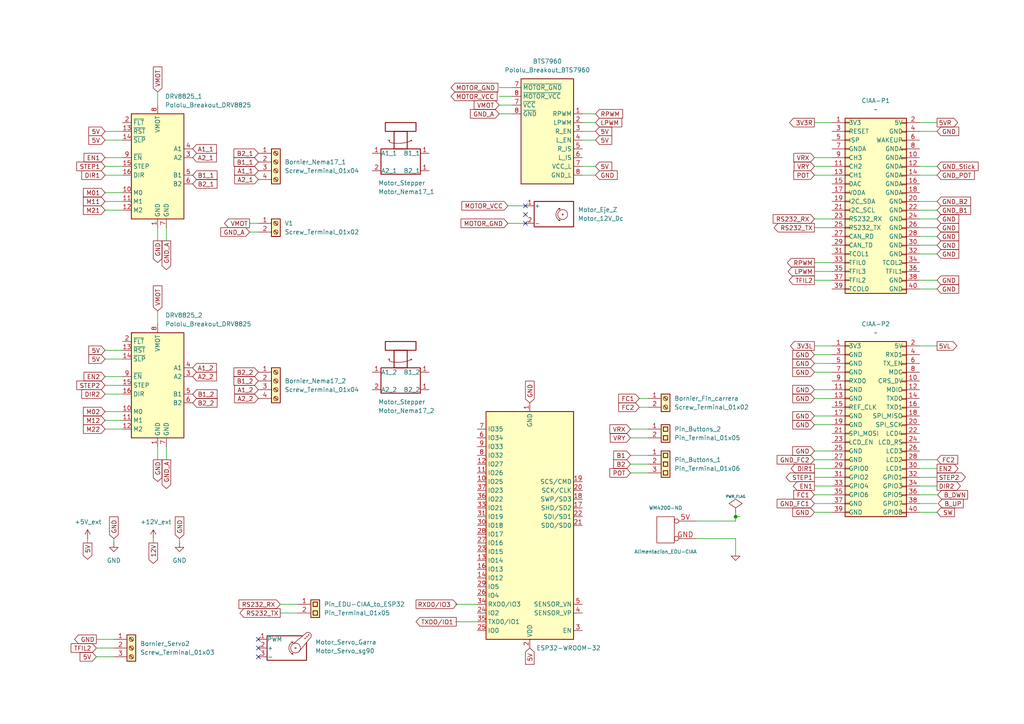
<source format=kicad_sch>
(kicad_sch (version 20250114) (generator "eeschema") (generator_version "9.0")
  (paper "A4")
  (title_block (title "Diseño esquematico Garra") (date "22/09/2025"))
  (lib_symbols
    (symbol "Connector:Screw_Terminal_01x02" (pin_names (offset 1.016) (hide yes))
      (property "Reference" "J" (at 0 2.54 0))
      (property "Value" "Screw_Terminal_01x02" (at 0 -5.08 0))
      (symbol "Screw_Terminal_01x02_1_1"
        (pin passive line (at -5.08 0 0) (length 3.81) (name "Pin_1") (number "1"))
        (pin passive line (at -5.08 -2.54 0) (length 3.81) (name "Pin_2") (number "2"))
      )
    )
    (symbol "Connector:Screw_Terminal_01x03" (pin_names (offset 1.016) (hide yes))
      (property "Reference" "J" (at 0 5.08 0))
      (property "Value" "Screw_Terminal_01x03" (at 0 -5.08 0))
      (symbol "Screw_Terminal_01x03_1_1"
        (pin passive line (at -5.08 2.54 0) (length 3.81) (name "Pin_1") (number "1"))
        (pin passive line (at -5.08 0 0) (length 3.81) (name "Pin_2") (number "2"))
        (pin passive line (at -5.08 -2.54 0) (length 3.81) (name "Pin_3") (number "3"))
      )
    )
    (symbol "Connector:Screw_Terminal_01x04" (pin_names (offset 1.016) (hide yes))
      (property "Reference" "J" (at 0 5.08 0))
      (property "Value" "Screw_Terminal_01x04" (at 0 -7.62 0))
      (symbol "Screw_Terminal_01x04_1_1"
        (pin passive line (at -5.08 2.54 0) (length 3.81) (name "Pin_1") (number "1"))
        (pin passive line (at -5.08 0 0) (length 3.81) (name "Pin_2") (number "2"))
        (pin passive line (at -5.08 -2.54 0) (length 3.81) (name "Pin_3") (number "3"))
        (pin passive line (at -5.08 -5.08 0) (length 3.81) (name "Pin_4") (number "4"))
      )
    )
    (symbol "Driver_Motor:Pololu_Breakout_DRV8825"
      (property "Reference" "A" (at -2.54 16.51 0))
      (property "Value" "Pololu_Breakout_DRV8825" (at -2.54 13.97 0))
      (symbol "Pololu_Breakout_DRV8825_1_1"
        (pin output line (at -10.16 10.16 0) (length 2.54) (name "~{FLT}") (number "2"))
        (pin input line (at -10.16 7.62 0) (length 2.54) (name "~{RST}") (number "13"))
        (pin input line (at -10.16 5.08 0) (length 2.54) (name "~{SLP}") (number "14"))
        (pin input line (at -10.16 0 0) (length 2.54) (name "~{EN}") (number "9"))
        (pin input line (at -10.16 -2.54 0) (length 2.54) (name "STEP") (number "15"))
        (pin input line (at -10.16 -5.08 0) (length 2.54) (name "DIR") (number "16"))
        (pin input line (at -10.16 -10.16 0) (length 2.54) (name "M0") (number "10"))
        (pin input line (at -10.16 -12.7 0) (length 2.54) (name "M1") (number "11"))
        (pin input line (at -10.16 -15.24 0) (length 2.54) (name "M2") (number "12"))
        (pin power_in line (at 0 15.24 270) (length 2.54) (name "VMOT") (number "8"))
        (pin power_in line (at 0 -20.32 90) (length 2.54) (name "GND") (number "1"))
        (pin power_in line (at 2.54 -20.32 90) (length 2.54) (name "GND") (number "7"))
        (pin output line (at 10.16 2.54 180) (length 2.54) (name "A1") (number "4"))
        (pin output line (at 10.16 0 180) (length 2.54) (name "A2") (number "3"))
        (pin output line (at 10.16 -5.08 180) (length 2.54) (name "B1") (number "5"))
        (pin output line (at 10.16 -7.62 180) (length 2.54) (name "B2") (number "6"))
      )
    )
    (symbol "Motor:Motor_Servo" (pin_names (offset 0.0254))
      (property "Reference" "M" (at -5.08 4.445 0))
      (property "Value" "Motor_Servo" (at -5.08 -4.064 0))
      (symbol "Motor_Servo_1_1"
        (pin passive line (at -7.62 2.54 0) (length 2.54) (name "PWM") (number "1"))
        (pin passive line (at -7.62 0 0) (length 2.54) (name "+") (number "2"))
        (pin passive line (at -7.62 -2.54 0) (length 2.54) (name "-") (number "3"))
      )
    )
    (symbol "Motor_Servo_1" (pin_names (offset 0.0254))
      (property "Reference" "Motor_DC_Eje_Z" (at 7.62 1.3971 0))
      (property "Value" "Motor_Titan_Dc" (at 7.62 -1.1429 0))
      (symbol "Motor_Servo_1_1_1"
        (pin passive line (at -7.62 2.54 0) (length 2.54) (name "+") (number "1"))
        (pin passive line (at -7.62 -2.54 0) (length 2.54) (name "-") (number "2"))
      )
    )
    (symbol "Motor_Servo_2" (pin_names (offset 0.0254))
      (property "Reference" "Motor_Stepper" (at -5.842 -6.096 0))
      (property "Value" "Motor_Nema17_2" (at -5.842 -8.636 0))
      (symbol "Motor_Servo_2_1_1"
        (pin passive line (at -7.62 2.54 0) (length 2.54) (name "A1_2") (number "1"))
        (pin passive line (at -7.62 -2.54 0) (length 2.54) (name "A2_2") (number "2"))
        (pin passive line (at 8.89 2.54 180) (length 2.54) (name "B1_2") (number "1"))
        (pin passive line (at 8.89 -2.54 180) (length 2.54) (name "B2_2") (number "1"))
      )
    )
    (symbol "Motor_Servo_3" (pin_names (offset 0.0254))
      (property "Reference" "Motor_Stepper" (at -5.842 -6.096 0))
      (property "Value" "Motor_Nema17_1" (at -5.842 -8.636 0))
      (symbol "Motor_Servo_3_1_1"
        (pin passive line (at -7.62 2.54 0) (length 2.54) (name "A1_1") (number "1"))
        (pin passive line (at -7.62 -2.54 0) (length 2.54) (name "A2_1") (number "2"))
        (pin passive line (at 8.89 2.54 180) (length 2.54) (name "B1_1") (number "1"))
        (pin passive line (at 8.89 -2.54 180) (length 2.54) (name "B2_1") (number "1"))
      )
    )
    (symbol "Pololu_Breakout_DRV8825_1"
      (property "Reference" "DRV8833" (at 2.1433 17.78 0))
      (property "Value" "Pololu_Breakout_DRV8833" (at 2.1433 15.24 0))
      (symbol "Pololu_Breakout_DRV8825_1_1_1"
        (pin output line (at -10.16 10.16 0) (length 2.54) (name "~{MOTOR_GND}") (number "7"))
        (pin output line (at -10.16 7.62 0) (length 2.54) (name "~{MOTOR_VCC}") (number "8"))
        (pin input line (at -10.16 5.08 0) (length 2.54) (name "~{VCC}") (number "7"))
        (pin input line (at -10.16 2.54 0) (length 2.54) (name "~{GND}") (number "8"))
        (pin input line (at 10.16 2.54 180) (length 2.54) (name "RPWM") (number "1"))
        (pin input line (at 10.16 0 180) (length 2.54) (name "LPWM") (number "2"))
        (pin input line (at 10.16 -2.54 180) (length 2.54) (name "R_EN") (number "3"))
        (pin input line (at 10.16 -5.08 180) (length 2.54) (name "L_EN") (number "4"))
        (pin input line (at 10.16 -7.62 180) (length 2.54) (name "R_IS") (number "5"))
        (pin input line (at 10.16 -10.16 180) (length 2.54) (name "L_IS") (number "6"))
        (pin input line (at 10.16 -12.7 180) (length 2.54) (name "VCC_L") (number "7"))
        (pin input line (at 10.16 -15.24 180) (length 2.54) (name "GND_L") (number "8"))
      )
    )
    (symbol "ProyectoTdL:Conn_02x20_Odd_Even_1" (pin_names (offset 1.016))
      (property "Reference" "CIAA-P1-1" (at 6.096 29.21 0))
      (property "Value" "Conn_02x20_Odd_Even" (at 7.366 26.67 0))
      (symbol "Conn_02x20_Odd_Even_1_1_1"
        (pin passive line (at -5.08 22.86 0) (length 3.81) (name "3V3") (number "1"))
        (pin passive line (at -5.08 20.32 0) (length 3.81) (name "RESET") (number "3"))
        (pin passive line (at -5.08 17.78 0) (length 3.81) (name "ISP") (number "5"))
        (pin passive line (at -5.08 15.24 0) (length 3.81) (name "GNDA") (number "7"))
        (pin passive line (at -5.08 12.7 0) (length 3.81) (name "CH3") (number "9"))
        (pin passive line (at -5.08 10.16 0) (length 3.81) (name "CH2") (number "11"))
        (pin passive line (at -5.08 7.62 0) (length 3.81) (name "CH1") (number "13"))
        (pin passive line (at -5.08 5.08 0) (length 3.81) (name "DAC") (number "15"))
        (pin passive line (at -5.08 2.54 0) (length 3.81) (name "VDDA") (number "17"))
        (pin passive line (at -5.08 0 0) (length 3.81) (name "I2C_SDA") (number "19"))
        (pin passive line (at -5.08 -2.54 0) (length 3.81) (name "I2C_SCL") (number "21"))
        (pin passive line (at -5.08 -5.08 0) (length 3.81) (name "RS232_RX") (number "23"))
        (pin passive line (at -5.08 -7.62 0) (length 3.81) (name "RS232_TX") (number "25"))
        (pin passive line (at -5.08 -10.16 0) (length 3.81) (name "CAN_RD") (number "27"))
        (pin passive line (at -5.08 -12.7 0) (length 3.81) (name "CAN_TD") (number "29"))
        (pin passive line (at -5.08 -15.24 0) (length 3.81) (name "TCOL1") (number "31"))
        (pin passive line (at -5.08 -17.78 0) (length 3.81) (name "TFIL0") (number "33"))
        (pin passive line (at -5.08 -20.32 0) (length 3.81) (name "TFIL3") (number "35"))
        (pin passive line (at -5.08 -22.86 0) (length 3.81) (name "TFIL2") (number "37"))
        (pin passive line (at -5.08 -25.4 0) (length 3.81) (name "TCOL0") (number "39"))
        (pin passive line (at 20.32 22.86 180) (length 3.81) (name "5V") (number "2"))
        (pin passive line (at 20.32 20.32 180) (length 3.81) (name "GND") (number "4"))
        (pin passive line (at 20.32 17.78 180) (length 3.81) (name "WAKEUP") (number "6"))
        (pin passive line (at 20.32 15.24 180) (length 3.81) (name "GNDA") (number "8"))
        (pin passive line (at 20.32 12.7 180) (length 3.81) (name "GNDA") (number "10"))
        (pin passive line (at 20.32 10.16 180) (length 3.81) (name "GNDA") (number "12"))
        (pin passive line (at 20.32 7.62 180) (length 3.81) (name "GNDA") (number "14"))
        (pin passive line (at 20.32 5.08 180) (length 3.81) (name "GNDA") (number "16"))
        (pin passive line (at 20.32 2.54 180) (length 3.81) (name "GNDA") (number "18"))
        (pin passive line (at 20.32 0 180) (length 3.81) (name "GND") (number "20"))
        (pin passive line (at 20.32 -2.54 180) (length 3.81) (name "GND") (number "22"))
        (pin passive line (at 20.32 -5.08 180) (length 3.81) (name "GND") (number "24"))
        (pin passive line (at 20.32 -7.62 180) (length 3.81) (name "GND") (number "26"))
        (pin passive line (at 20.32 -10.16 180) (length 3.81) (name "GND") (number "28"))
        (pin passive line (at 20.32 -12.7 180) (length 3.81) (name "GND") (number "30"))
        (pin passive line (at 20.32 -15.24 180) (length 3.81) (name "GND") (number "32"))
        (pin passive line (at 20.32 -17.78 180) (length 3.81) (name "TCOL2") (number "34"))
        (pin passive line (at 20.32 -20.32 180) (length 3.81) (name "TFIL1") (number "36"))
        (pin passive line (at 20.32 -22.86 180) (length 3.81) (name "GND") (number "38"))
        (pin passive line (at 20.32 -25.4 180) (length 3.81) (name "GND") (number "40"))
      )
    )
    (symbol "ProyectoTdL:Conn_02x20_Odd_Even_2" (pin_names (offset 1.016))
      (property "Reference" "CIAA-P2-1" (at 8.128 29.21 0))
      (property "Value" "Conn_02x20_Odd_Even" (at 8.636 26.67 0))
      (symbol "Conn_02x20_Odd_Even_2_1_1"
        (pin passive line (at -5.08 22.86 0) (length 3.81) (name "3V3") (number "1"))
        (pin passive line (at -5.08 20.32 0) (length 3.81) (name "GND") (number "3"))
        (pin passive line (at -5.08 17.78 0) (length 3.81) (name "GND") (number "5"))
        (pin passive line (at -5.08 15.24 0) (length 3.81) (name "GND") (number "7"))
        (pin passive line (at -5.08 12.7 0) (length 3.81) (name "RXD0") (number "9"))
        (pin passive line (at -5.08 10.16 0) (length 3.81) (name "GND") (number "11"))
        (pin passive line (at -5.08 7.62 0) (length 3.81) (name "GND") (number "13"))
        (pin passive line (at -5.08 5.08 0) (length 3.81) (name "REF_CLK") (number "15"))
        (pin passive line (at -5.08 2.54 0) (length 3.81) (name "GND") (number "17"))
        (pin passive line (at -5.08 0 0) (length 3.81) (name "GND") (number "19"))
        (pin passive line (at -5.08 -2.54 0) (length 3.81) (name "SPI_MOSI") (number "21"))
        (pin passive line (at -5.08 -5.08 0) (length 3.81) (name "LCD_EN") (number "23"))
        (pin passive line (at -5.08 -7.62 0) (length 3.81) (name "GND") (number "25"))
        (pin passive line (at -5.08 -10.16 0) (length 3.81) (name "GND") (number "27"))
        (pin passive line (at -5.08 -12.7 0) (length 3.81) (name "GPIO0") (number "29"))
        (pin passive line (at -5.08 -15.24 0) (length 3.81) (name "GPIO2") (number "31"))
        (pin passive line (at -5.08 -17.78 0) (length 3.81) (name "GPIO4") (number "33"))
        (pin passive line (at -5.08 -20.32 0) (length 3.81) (name "GPIO6") (number "35"))
        (pin passive line (at -5.08 -22.86 0) (length 3.81) (name "GND") (number "37"))
        (pin passive line (at -5.08 -25.4 0) (length 3.81) (name "GND") (number "39"))
        (pin passive line (at 20.32 22.86 180) (length 3.81) (name "5V") (number "2"))
        (pin passive line (at 20.32 20.32 180) (length 3.81) (name "RXD1") (number "4"))
        (pin passive line (at 20.32 17.78 180) (length 3.81) (name "TX_EN") (number "6"))
        (pin passive line (at 20.32 15.24 180) (length 3.81) (name "MDC") (number "8"))
        (pin passive line (at 20.32 12.7 180) (length 3.81) (name "CRS_DV") (number "10"))
        (pin passive line (at 20.32 10.16 180) (length 3.81) (name "MDIO") (number "12"))
        (pin passive line (at 20.32 7.62 180) (length 3.81) (name "TXD0") (number "14"))
        (pin passive line (at 20.32 5.08 180) (length 3.81) (name "TXD1") (number "16"))
        (pin passive line (at 20.32 2.54 180) (length 3.81) (name "SPI_MISO") (number "18"))
        (pin passive line (at 20.32 0 180) (length 3.81) (name "SPI_SCK") (number "20"))
        (pin passive line (at 20.32 -2.54 180) (length 3.81) (name "LCD4") (number "22"))
        (pin passive line (at 20.32 -5.08 180) (length 3.81) (name "LCD_RS") (number "24"))
        (pin passive line (at 20.32 -7.62 180) (length 3.81) (name "LCD3") (number "26"))
        (pin passive line (at 20.32 -10.16 180) (length 3.81) (name "LCD2") (number "28"))
        (pin passive line (at 20.32 -12.7 180) (length 3.81) (name "LCD1") (number "30"))
        (pin passive line (at 20.32 -15.24 180) (length 3.81) (name "GPIO1") (number "32"))
        (pin passive line (at 20.32 -17.78 180) (length 3.81) (name "GPIO3") (number "34"))
        (pin passive line (at 20.32 -20.32 180) (length 3.81) (name "GPIO5") (number "36"))
        (pin passive line (at 20.32 -22.86 180) (length 3.81) (name "GPIO7") (number "38"))
        (pin passive line (at 20.32 -25.4 180) (length 3.81) (name "GPIO8") (number "40"))
      )
    )
    (symbol "RF_Module:ESP32-WROOM-32"
      (property "Reference" "U" (at -12.7 34.29 0))
      (property "Value" "ESP32-WROOM-32" (at 1.27 34.29 0))
      (symbol "ESP32-WROOM-32_1_1"
        (pin input line (at -15.24 30.48 0) (length 2.54) (name "EN") (number "3"))
        (pin input line (at -15.24 25.4 0) (length 2.54) (name "SENSOR_VP") (number "4"))
        (pin input line (at -15.24 22.86 0) (length 2.54) (name "SENSOR_VN") (number "5"))
        (pin bidirectional line (at -15.24 0 0) (length 2.54) (name "SDO/SD0") (number "21"))
        (pin bidirectional line (at -15.24 -2.54 0) (length 2.54) (name "SDI/SD1") (number "22"))
        (pin bidirectional line (at -15.24 -5.08 0) (length 2.54) (name "SHD/SD2") (number "17"))
        (pin bidirectional line (at -15.24 -7.62 0) (length 2.54) (name "SWP/SD3") (number "18"))
        (pin bidirectional line (at -15.24 -10.16 0) (length 2.54) (name "SCK/CLK") (number "20"))
        (pin bidirectional line (at -15.24 -12.7 0) (length 2.54) (name "SCS/CMD") (number "19"))
        (pin no_connect line (at -12.7 -27.94 0) (length 2.54) (hide yes) (name "NC") (number "32"))
        (pin power_in line (at 0 35.56 270) (length 2.54) (name "VDD") (number "2"))
        (pin power_in line (at 0 -35.56 90) (length 2.54) (name "GND") (number "1"))
        (pin passive line (at 0 -35.56 90) (length 2.54) (hide yes) (name "GND") (number "15"))
        (pin passive line (at 0 -35.56 90) (length 2.54) (hide yes) (name "GND") (number "38"))
        (pin passive line (at 0 -35.56 90) (length 2.54) (hide yes) (name "GND") (number "39"))
        (pin bidirectional line (at 15.24 30.48 180) (length 2.54) (name "IO0") (number "25"))
        (pin bidirectional line (at 15.24 27.94 180) (length 2.54) (name "TXD0/IO1") (number "35"))
        (pin bidirectional line (at 15.24 25.4 180) (length 2.54) (name "IO2") (number "24"))
        (pin bidirectional line (at 15.24 22.86 180) (length 2.54) (name "RXD0/IO3") (number "34"))
        (pin bidirectional line (at 15.24 20.32 180) (length 2.54) (name "IO4") (number "26"))
        (pin bidirectional line (at 15.24 17.78 180) (length 2.54) (name "IO5") (number "29"))
        (pin bidirectional line (at 15.24 15.24 180) (length 2.54) (name "IO12") (number "14"))
        (pin bidirectional line (at 15.24 12.7 180) (length 2.54) (name "IO13") (number "16"))
        (pin bidirectional line (at 15.24 10.16 180) (length 2.54) (name "IO14") (number "13"))
        (pin bidirectional line (at 15.24 7.62 180) (length 2.54) (name "IO15") (number "23"))
        (pin bidirectional line (at 15.24 5.08 180) (length 2.54) (name "IO16") (number "27"))
        (pin bidirectional line (at 15.24 2.54 180) (length 2.54) (name "IO17") (number "28"))
        (pin bidirectional line (at 15.24 0 180) (length 2.54) (name "IO18") (number "30"))
        (pin bidirectional line (at 15.24 -2.54 180) (length 2.54) (name "IO19") (number "31"))
        (pin bidirectional line (at 15.24 -5.08 180) (length 2.54) (name "IO21") (number "33"))
        (pin bidirectional line (at 15.24 -7.62 180) (length 2.54) (name "IO22") (number "36"))
        (pin bidirectional line (at 15.24 -10.16 180) (length 2.54) (name "IO23") (number "37"))
        (pin bidirectional line (at 15.24 -12.7 180) (length 2.54) (name "IO25") (number "10"))
        (pin bidirectional line (at 15.24 -15.24 180) (length 2.54) (name "IO26") (number "11"))
        (pin bidirectional line (at 15.24 -17.78 180) (length 2.54) (name "IO27") (number "12"))
        (pin bidirectional line (at 15.24 -20.32 180) (length 2.54) (name "IO32") (number "8"))
        (pin bidirectional line (at 15.24 -22.86 180) (length 2.54) (name "IO33") (number "9"))
        (pin input line (at 15.24 -25.4 180) (length 2.54) (name "IO34") (number "6"))
        (pin input line (at 15.24 -27.94 180) (length 2.54) (name "IO35") (number "7"))
      )
    )
    (symbol "Screw_Terminal_01x02_1" (pin_names (offset 1.016) (hide yes))
      (property "Reference" "Pin_EDU-CIAA_to_ESP32" (at 2.54 0.0001 0))
      (property "Value" "Pin_Terminal_01x05" (at 2.54 -2.5399 0))
      (symbol "Screw_Terminal_01x02_1_1_1"
        (pin passive line (at -5.08 0 0) (length 3.81) (name "Pin_1") (number "1"))
        (pin passive line (at -5.08 -2.54 0) (length 3.81) (name "Pin_2") (number "2"))
      )
    )
    (symbol "Screw_Terminal_01x03_1" (pin_names (offset 1.016) (hide yes))
      (property "Reference" "Pin_Buttons_Potentiometer" (at 2.54 1.2701 0))
      (property "Value" "Pin_Terminal_01x06" (at 2.54 -1.2699 0))
      (symbol "Screw_Terminal_01x03_1_1_1"
        (pin passive line (at -5.08 2.54 0) (length 3.81) (name "Pin_1") (number "1"))
        (pin passive line (at -5.08 0 0) (length 3.81) (name "Pin_2") (number "2"))
        (pin passive line (at -5.08 -2.54 0) (length 3.81) (name "Pin_3") (number "3"))
      )
    )
    (symbol "edu-ciaa-nxp:CONN_2" (pin_names (offset 1.016) (hide yes))
      (property "Reference" "Alimentacion_EDU-CIAA" (at 0 6.35 0))
      (property "Value" "WM4200-ND" (at 0 -6.35 0))
      (symbol "CONN_2_1_1"
        (pin passive inverted (at -8.89 2.54 0) (length 6.35) (name "P1") (number "GND"))
        (pin passive inverted (at -8.89 -2.54 0) (length 6.35) (name "PM") (number "5V"))
      )
    )
    (symbol "edu-ciaa-nxp:GND" (power) (pin_names (offset 0))
      (symbol "GND_1_1"
        (pin power_in line (at 0 0 90) (length 0) (hide yes) (name "GND") (number "1"))
      )
    )
    (symbol "edu-ciaa-nxp:PWR_FLAG" (power) (pin_numbers (hide yes)) (pin_names (offset 0) (hide yes))
      (property "Value" "PWR_FLAG" (at 0 4.572 0))
      (symbol "PWR_FLAG_0_0"
        (pin power_out line (at 0 0 90) (length 0) (name "pwr") (number "1"))
      )
    )
    (symbol "power:+3.3V" (power) (pin_numbers (hide yes)) (pin_names (offset 0) (hide yes))
      (property "Value" "+3.3V" (at 0 3.556 0))
      (symbol "+3.3V_1_1"
        (pin power_in line (at 0 0 90) (length 0) (name "~") (number "1"))
      )
    )
    (symbol "power:GND" (power) (pin_numbers (hide yes)) (pin_names (offset 0) (hide yes))
      (property "Value" "GND" (at 0 -3.81 0))
      (symbol "GND_1_1"
        (pin power_in line (at 0 0 270) (length 0) (name "~") (number "1"))
      )
    )
  )
  (junction (at 213.36 149.86))
  (no_connect (at 74.93 187.96))
  (no_connect (at 74.93 185.42))
  (no_connect (at 152.4 62.23))
  (no_connect (at 74.93 190.5))
  (no_connect (at 152.4 64.77))
  (no_connect (at 152.4 59.69))
  (wire (pts (xy 236.22 102.87) (xy 241.3 102.87)))
  (wire (pts (xy 147.32 59.69) (xy 152.4 59.69)))
  (wire (pts (xy 266.7 35.56) (xy 271.78 35.56)))
  (wire (pts (xy 271.78 48.26) (xy 266.7 48.26)))
  (wire (pts (xy 271.78 60.96) (xy 266.7 60.96)))
  (wire (pts (xy 144.78 27.94) (xy 148.59 27.94)))
  (wire (pts (xy 81.28 175.26) (xy 86.36 175.26)))
  (wire (pts (xy 30.48 45.72) (xy 35.56 45.72)))
  (wire (pts (xy 214.63 149.86) (xy 213.36 149.86)))
  (wire (pts (xy 236.22 76.2) (xy 241.3 76.2)))
  (wire (pts (xy 45.72 26.67) (xy 45.72 30.48)))
  (wire (pts (xy 271.78 81.28) (xy 266.7 81.28)))
  (wire (pts (xy 25.4 156.21) (xy 25.4 157.48)))
  (wire (pts (xy 138.43 175.26) (xy 132.08 175.26)))
  (wire (pts (xy 30.48 121.92) (xy 35.56 121.92)))
  (wire (pts (xy 236.22 135.89) (xy 241.3 135.89)))
  (wire (pts (xy 266.7 133.35) (xy 271.78 133.35)))
  (wire (pts (xy 236.22 100.33) (xy 241.3 100.33)))
  (wire (pts (xy 271.78 68.58) (xy 266.7 68.58)))
  (wire (pts (xy 236.22 133.35) (xy 241.3 133.35)))
  (wire (pts (xy 168.91 50.8) (xy 172.72 50.8)))
  (wire (pts (xy 30.48 40.64) (xy 35.56 40.64)))
  (wire (pts (xy 236.22 138.43) (xy 241.3 138.43)))
  (wire (pts (xy 271.78 63.5) (xy 266.7 63.5)))
  (wire (pts (xy 144.78 30.48) (xy 148.59 30.48)))
  (wire (pts (xy 271.78 58.42) (xy 266.7 58.42)))
  (wire (pts (xy 185.42 115.57) (xy 187.96 115.57)))
  (wire (pts (xy 236.22 113.03) (xy 241.3 113.03)))
  (wire (pts (xy 27.94 190.5) (xy 33.02 190.5)))
  (wire (pts (xy 271.78 138.43) (xy 266.7 138.43)))
  (wire (pts (xy 138.43 180.34) (xy 132.08 180.34)))
  (wire (pts (xy 213.36 156.21) (xy 213.36 161.29)))
  (wire (pts (xy 72.39 67.31) (xy 74.93 67.31)))
  (wire (pts (xy 168.91 33.02) (xy 172.72 33.02)))
  (wire (pts (xy 236.22 123.19) (xy 241.3 123.19)))
  (wire (pts (xy 27.94 187.96) (xy 33.02 187.96)))
  (wire (pts (xy 33.02 156.21) (xy 33.02 157.48)))
  (wire (pts (xy 213.36 148.59) (xy 213.36 149.86)))
  (wire (pts (xy 30.48 38.1) (xy 35.56 38.1)))
  (wire (pts (xy 236.22 50.8) (xy 241.3 50.8)))
  (wire (pts (xy 27.94 185.42) (xy 33.02 185.42)))
  (wire (pts (xy 271.78 100.33) (xy 266.7 100.33)))
  (wire (pts (xy 236.22 35.56) (xy 241.3 35.56)))
  (wire (pts (xy 144.78 33.02) (xy 148.59 33.02)))
  (wire (pts (xy 236.22 146.05) (xy 241.3 146.05)))
  (wire (pts (xy 266.7 146.05) (xy 271.78 146.05)))
  (wire (pts (xy 45.72 90.17) (xy 45.72 93.98)))
  (wire (pts (xy 271.78 66.04) (xy 266.7 66.04)))
  (wire (pts (xy 271.78 50.8) (xy 266.7 50.8)))
  (wire (pts (xy 48.26 69.85) (xy 48.26 66.04)))
  (wire (pts (xy 236.22 143.51) (xy 241.3 143.51)))
  (wire (pts (xy 213.36 151.13) (xy 201.93 151.13)))
  (wire (pts (xy 271.78 83.82) (xy 266.7 83.82)))
  (wire (pts (xy 168.91 40.64) (xy 172.72 40.64)))
  (wire (pts (xy 30.48 55.88) (xy 35.56 55.88)))
  (wire (pts (xy 271.78 38.1) (xy 266.7 38.1)))
  (wire (pts (xy 30.48 48.26) (xy 35.56 48.26)))
  (wire (pts (xy 236.22 81.28) (xy 241.3 81.28)))
  (wire (pts (xy 168.91 38.1) (xy 172.72 38.1)))
  (wire (pts (xy 30.48 109.22) (xy 35.56 109.22)))
  (wire (pts (xy 236.22 148.59) (xy 241.3 148.59)))
  (wire (pts (xy 236.22 130.81) (xy 241.3 130.81)))
  (wire (pts (xy 30.48 114.3) (xy 35.56 114.3)))
  (wire (pts (xy 236.22 66.04) (xy 241.3 66.04)))
  (wire (pts (xy 30.48 58.42) (xy 35.56 58.42)))
  (wire (pts (xy 30.48 124.46) (xy 35.56 124.46)))
  (wire (pts (xy 72.39 64.77) (xy 74.93 64.77)))
  (wire (pts (xy 236.22 120.65) (xy 241.3 120.65)))
  (wire (pts (xy 182.88 127) (xy 187.96 127)))
  (wire (pts (xy 236.22 48.26) (xy 241.3 48.26)))
  (wire (pts (xy 45.72 133.35) (xy 45.72 129.54)))
  (wire (pts (xy 213.36 149.86) (xy 213.36 151.13)))
  (wire (pts (xy 182.88 134.62) (xy 187.96 134.62)))
  (wire (pts (xy 147.32 64.77) (xy 152.4 64.77)))
  (wire (pts (xy 52.07 156.21) (xy 52.07 157.48)))
  (wire (pts (xy 236.22 105.41) (xy 241.3 105.41)))
  (wire (pts (xy 48.26 133.35) (xy 48.26 129.54)))
  (wire (pts (xy 236.22 63.5) (xy 241.3 63.5)))
  (wire (pts (xy 236.22 45.72) (xy 241.3 45.72)))
  (wire (pts (xy 168.91 35.56) (xy 172.72 35.56)))
  (wire (pts (xy 266.7 148.59) (xy 271.78 148.59)))
  (wire (pts (xy 271.78 71.12) (xy 266.7 71.12)))
  (wire (pts (xy 30.48 60.96) (xy 35.56 60.96)))
  (wire (pts (xy 236.22 107.95) (xy 241.3 107.95)))
  (wire (pts (xy 45.72 69.85) (xy 45.72 66.04)))
  (wire (pts (xy 168.91 48.26) (xy 172.72 48.26)))
  (wire (pts (xy 182.88 124.46) (xy 187.96 124.46)))
  (wire (pts (xy 182.88 132.08) (xy 187.96 132.08)))
  (wire (pts (xy 81.28 177.8) (xy 86.36 177.8)))
  (wire (pts (xy 30.48 119.38) (xy 35.56 119.38)))
  (wire (pts (xy 271.78 140.97) (xy 266.7 140.97)))
  (wire (pts (xy 185.42 118.11) (xy 187.96 118.11)))
  (wire (pts (xy 30.48 50.8) (xy 35.56 50.8)))
  (wire (pts (xy 182.88 137.16) (xy 187.96 137.16)))
  (wire (pts (xy 236.22 140.97) (xy 241.3 140.97)))
  (wire (pts (xy 271.78 73.66) (xy 266.7 73.66)))
  (wire (pts (xy 30.48 101.6) (xy 35.56 101.6)))
  (wire (pts (xy 30.48 111.76) (xy 35.56 111.76)))
  (wire (pts (xy 201.93 156.21) (xy 213.36 156.21)))
  (wire (pts (xy 236.22 78.74) (xy 241.3 78.74)))
  (wire (pts (xy 44.45 156.21) (xy 44.45 157.48)))
  (wire (pts (xy 30.48 104.14) (xy 35.56 104.14)))
  (wire (pts (xy 236.22 115.57) (xy 241.3 115.57)))
  (wire (pts (xy 266.7 143.51) (xy 271.78 143.51)))
  (wire (pts (xy 144.78 25.4) (xy 148.59 25.4)))
  (wire (pts (xy 271.78 135.89) (xy 266.7 135.89)))
  (global_label "B_UP" (shape output) (at 279.4 146.05 180) (property "Intersheetrefs" "${INTERSHEET_REFS}" (effects (hide yes))))
  (global_label "GND" (shape input) (at 52.07 156.21 90) (property "Intersheetrefs" "${INTERSHEET_REFS}" (effects (hide yes))))
  (global_label "GND" (shape input) (at 271.78 81.28 0) (property "Intersheetrefs" "${INTERSHEET_REFS}" (effects (hide yes))))
  (global_label "5VR" (shape output) (at 271.78 35.56 0) (property "Intersheetrefs" "${INTERSHEET_REFS}" (effects (hide yes))))
  (global_label "RS232_TX" (shape output) (at 236.22 66.04 180) (property "Intersheetrefs" "${INTERSHEET_REFS}" (effects (hide yes))))
  (global_label "GND_A" (shape input) (at 72.39 67.31 180) (property "Intersheetrefs" "${INTERSHEET_REFS}" (effects (hide yes))))
  (global_label "GND" (shape input) (at 236.22 148.59 180) (property "Intersheetrefs" "${INTERSHEET_REFS}" (effects (hide yes))))
  (global_label "M12" (shape input) (at 30.48 121.92 180) (property "Intersheetrefs" "${INTERSHEET_REFS}" (effects (hide yes))))
  (global_label "GND" (shape input) (at 271.78 63.5 0) (property "Intersheetrefs" "${INTERSHEET_REFS}" (effects (hide yes))))
  (global_label "RPWM" (shape input) (at 172.72 33.02 0) (property "Intersheetrefs" "${INTERSHEET_REFS}" (effects (hide yes))))
  (global_label "RS232_TX" (shape output) (at 81.28 177.8 180) (property "Intersheetrefs" "${INTERSHEET_REFS}" (effects (hide yes))))
  (global_label "B_DWN" (shape output) (at 280.67 143.51 180) (property "Intersheetrefs" "${INTERSHEET_REFS}" (effects (hide yes))))
  (global_label "B2" (shape input) (at 182.88 134.62 180) (property "Intersheetrefs" "${INTERSHEET_REFS}" (effects (hide yes))))
  (global_label "GND" (shape input) (at 236.22 105.41 180) (property "Intersheetrefs" "${INTERSHEET_REFS}" (effects (hide yes))))
  (global_label "MOTOR_GND" (shape input) (at 147.32 64.77 180) (property "Intersheetrefs" "${INTERSHEET_REFS}" (effects (hide yes))))
  (global_label "EN1" (shape input) (at 30.48 45.72 180) (property "Intersheetrefs" "${INTERSHEET_REFS}" (effects (hide yes))))
  (global_label "GND" (shape input) (at 236.22 115.57 180) (property "Intersheetrefs" "${INTERSHEET_REFS}" (effects (hide yes))))
  (global_label "GND_A" (shape input) (at 144.78 33.02 180) (property "Intersheetrefs" "${INTERSHEET_REFS}" (effects (hide yes))))
  (global_label "MOTOR_VCC" (shape input) (at 130.81 27.94 0) (property "Intersheetrefs" "${INTERSHEET_REFS}" (effects (hide yes))))
  (global_label "FC2" (shape input) (at 271.78 133.35 0) (property "Intersheetrefs" "${INTERSHEET_REFS}" (effects (hide yes))))
  (global_label "STEP1" (shape input) (at 30.48 48.26 180) (property "Intersheetrefs" "${INTERSHEET_REFS}" (effects (hide yes))))
  (global_label "5V" (shape input) (at 30.48 104.14 180) (property "Intersheetrefs" "${INTERSHEET_REFS}" (effects (hide yes))))
  (global_label "RS232_RX" (shape input) (at 81.28 175.26 180) (property "Intersheetrefs" "${INTERSHEET_REFS}" (effects (hide yes))))
  (global_label "GND" (shape output) (at 45.72 69.85 270) (property "Intersheetrefs" "${INTERSHEET_REFS}" (effects (hide yes))))
  (global_label "B2_1" (shape input) (at 55.88 53.34 0) (property "Intersheetrefs" "${INTERSHEET_REFS}" (effects (hide yes))))
  (global_label "GND" (shape input) (at 271.78 66.04 0) (property "Intersheetrefs" "${INTERSHEET_REFS}" (effects (hide yes))))
  (global_label "VRX" (shape input) (at 236.22 45.72 180) (property "Intersheetrefs" "${INTERSHEET_REFS}" (effects (hide yes))))
  (global_label "VMOT" (shape output) (at 72.39 64.77 180) (property "Intersheetrefs" "${INTERSHEET_REFS}" (effects (hide yes))))
  (global_label "VMOT" (shape input) (at 45.72 90.17 90) (property "Intersheetrefs" "${INTERSHEET_REFS}" (effects (hide yes))))
  (global_label "DIR1" (shape output) (at 236.22 135.89 180) (property "Intersheetrefs" "${INTERSHEET_REFS}" (effects (hide yes))))
  (global_label "GND" (shape input) (at 271.78 71.12 0) (property "Intersheetrefs" "${INTERSHEET_REFS}" (effects (hide yes))))
  (global_label "B1" (shape input) (at 182.88 132.08 180) (property "Intersheetrefs" "${INTERSHEET_REFS}" (effects (hide yes))))
  (global_label "GND_FC2" (shape input) (at 236.22 133.35 180) (property "Intersheetrefs" "${INTERSHEET_REFS}" (effects (hide yes))))
  (global_label "A2_1" (shape input) (at 55.88 45.72 0) (property "Intersheetrefs" "${INTERSHEET_REFS}" (effects (hide yes))))
  (global_label "GND_POT" (shape input) (at 271.78 50.8 0) (property "Intersheetrefs" "${INTERSHEET_REFS}" (effects (hide yes))))
  (global_label "B1_1" (shape input) (at 55.88 50.8 0) (property "Intersheetrefs" "${INTERSHEET_REFS}" (effects (hide yes))))
  (global_label "5V" (shape input) (at 172.72 38.1 0) (property "Intersheetrefs" "${INTERSHEET_REFS}" (effects (hide yes))))
  (global_label "TFIL2" (shape output) (at 236.22 81.28 180) (property "Intersheetrefs" "${INTERSHEET_REFS}" (effects (hide yes))))
  (global_label "3V3R" (shape output) (at 236.22 35.56 180) (property "Intersheetrefs" "${INTERSHEET_REFS}" (effects (hide yes))))
  (global_label "A1_2" (shape input) (at 55.88 106.68 0) (property "Intersheetrefs" "${INTERSHEET_REFS}" (effects (hide yes))))
  (global_label "GND" (shape input) (at 153.67 116.84 90) (property "Intersheetrefs" "${INTERSHEET_REFS}" (effects (hide yes))))
  (global_label "GND" (shape input) (at 271.78 73.66 0) (property "Intersheetrefs" "${INTERSHEET_REFS}" (effects (hide yes))))
  (global_label "FC2" (shape input) (at 185.42 118.11 180) (property "Intersheetrefs" "${INTERSHEET_REFS}" (effects (hide yes))))
  (global_label "GND" (shape input) (at 271.78 68.58 0) (property "Intersheetrefs" "${INTERSHEET_REFS}" (effects (hide yes))))
  (global_label "A2_2" (shape input) (at 74.93 115.57 180) (property "Intersheetrefs" "${INTERSHEET_REFS}" (effects (hide yes))))
  (global_label "RS232_RX" (shape input) (at 236.22 63.5 180) (property "Intersheetrefs" "${INTERSHEET_REFS}" (effects (hide yes))))
  (global_label "GND" (shape output) (at 45.72 133.35 270) (property "Intersheetrefs" "${INTERSHEET_REFS}" (effects (hide yes))))
  (global_label "VMOT" (shape input) (at 45.72 26.67 90) (property "Intersheetrefs" "${INTERSHEET_REFS}" (effects (hide yes))))
  (global_label "SW" (shape output) (at 276.86 148.59 180) (property "Intersheetrefs" "${INTERSHEET_REFS}" (effects (hide yes))))
  (global_label "M02" (shape input) (at 30.48 119.38 180) (property "Intersheetrefs" "${INTERSHEET_REFS}" (effects (hide yes))))
  (global_label "GND_Stick" (shape input) (at 271.78 48.26 0) (property "Intersheetrefs" "${INTERSHEET_REFS}" (effects (hide yes))))
  (global_label "5V" (shape input) (at 153.67 187.96 270) (property "Intersheetrefs" "${INTERSHEET_REFS}" (effects (hide yes))))
  (global_label "A1_1" (shape input) (at 74.93 49.53 180) (property "Intersheetrefs" "${INTERSHEET_REFS}" (effects (hide yes))))
  (global_label "M21" (shape input) (at 30.48 60.96 180) (property "Intersheetrefs" "${INTERSHEET_REFS}" (effects (hide yes))))
  (global_label "GND_A" (shape output) (at 48.26 133.35 270) (property "Intersheetrefs" "${INTERSHEET_REFS}" (effects (hide yes))))
  (global_label "EN2" (shape input) (at 30.48 109.22 180) (property "Intersheetrefs" "${INTERSHEET_REFS}" (effects (hide yes))))
  (global_label "TFIL2" (shape input) (at 27.94 187.96 180) (property "Intersheetrefs" "${INTERSHEET_REFS}" (effects (hide yes))))
  (global_label "STEP2" (shape output) (at 271.78 138.43 0) (property "Intersheetrefs" "${INTERSHEET_REFS}" (effects (hide yes))))
  (global_label "B2_2" (shape input) (at 55.88 116.84 0) (property "Intersheetrefs" "${INTERSHEET_REFS}" (effects (hide yes))))
  (global_label "LPWM" (shape output) (at 236.22 78.74 180) (property "Intersheetrefs" "${INTERSHEET_REFS}" (effects (hide yes))))
  (global_label "B1_1" (shape input) (at 74.93 46.99 180) (property "Intersheetrefs" "${INTERSHEET_REFS}" (effects (hide yes))))
  (global_label "B1_2" (shape input) (at 55.88 114.3 0) (property "Intersheetrefs" "${INTERSHEET_REFS}" (effects (hide yes))))
  (global_label "5V" (shape input) (at 30.48 40.64 180) (property "Intersheetrefs" "${INTERSHEET_REFS}" (effects (hide yes))))
  (global_label "B1_2" (shape input) (at 74.93 110.49 180) (property "Intersheetrefs" "${INTERSHEET_REFS}" (effects (hide yes))))
  (global_label "5V" (shape input) (at 27.94 190.5 180) (property "Intersheetrefs" "${INTERSHEET_REFS}" (effects (hide yes))))
  (global_label "MOTOR_VCC" (shape input) (at 147.32 59.69 180) (property "Intersheetrefs" "${INTERSHEET_REFS}" (effects (hide yes))))
  (global_label "5V" (shape input) (at 172.72 48.26 0) (property "Intersheetrefs" "${INTERSHEET_REFS}" (effects (hide yes))))
  (global_label "FC1" (shape input) (at 185.42 115.57 180) (property "Intersheetrefs" "${INTERSHEET_REFS}" (effects (hide yes))))
  (global_label "5VL" (shape output) (at 271.78 100.33 0) (property "Intersheetrefs" "${INTERSHEET_REFS}" (effects (hide yes))))
  (global_label "VRY" (shape input) (at 236.22 48.26 180) (property "Intersheetrefs" "${INTERSHEET_REFS}" (effects (hide yes))))
  (global_label "MOTOR_GND" (shape input) (at 130.81 25.4 0) (property "Intersheetrefs" "${INTERSHEET_REFS}" (effects (hide yes))))
  (global_label "M11" (shape input) (at 30.48 58.42 180) (property "Intersheetrefs" "${INTERSHEET_REFS}" (effects (hide yes))))
  (global_label "GND" (shape input) (at 271.78 83.82 0) (property "Intersheetrefs" "${INTERSHEET_REFS}" (effects (hide yes))))
  (global_label "FC1" (shape input) (at 236.22 143.51 180) (property "Intersheetrefs" "${INTERSHEET_REFS}" (effects (hide yes))))
  (global_label "A1_1" (shape input) (at 55.88 43.18 0) (property "Intersheetrefs" "${INTERSHEET_REFS}" (effects (hide yes))))
  (global_label "DIR2" (shape output) (at 271.78 140.97 0) (property "Intersheetrefs" "${INTERSHEET_REFS}" (effects (hide yes))))
  (global_label "POT" (shape input) (at 236.22 50.8 180) (property "Intersheetrefs" "${INTERSHEET_REFS}" (effects (hide yes))))
  (global_label "A2_2" (shape input) (at 55.88 109.22 0) (property "Intersheetrefs" "${INTERSHEET_REFS}" (effects (hide yes))))
  (global_label "5V" (shape input) (at 30.48 101.6 180) (property "Intersheetrefs" "${INTERSHEET_REFS}" (effects (hide yes))))
  (global_label "RPWM" (shape output) (at 236.22 76.2 180) (property "Intersheetrefs" "${INTERSHEET_REFS}" (effects (hide yes))))
  (global_label "GND" (shape input) (at 236.22 107.95 180) (property "Intersheetrefs" "${INTERSHEET_REFS}" (effects (hide yes))))
  (global_label "GND" (shape input) (at 172.72 50.8 0) (property "Intersheetrefs" "${INTERSHEET_REFS}" (effects (hide yes))))
  (global_label "TXDO{slash}IO1" (shape input) (at 120.65 180.34 0) (property "Intersheetrefs" "${INTERSHEET_REFS}" (effects (hide yes))))
  (global_label "M22" (shape input) (at 30.48 124.46 180) (property "Intersheetrefs" "${INTERSHEET_REFS}" (effects (hide yes))))
  (global_label "DIR2" (shape input) (at 30.48 114.3 180) (property "Intersheetrefs" "${INTERSHEET_REFS}" (effects (hide yes))))
  (global_label "GND" (shape input) (at 236.22 113.03 180) (property "Intersheetrefs" "${INTERSHEET_REFS}" (effects (hide yes))))
  (global_label "GND" (shape input) (at 236.22 102.87 180) (property "Intersheetrefs" "${INTERSHEET_REFS}" (effects (hide yes))))
  (global_label "B2_1" (shape input) (at 74.93 44.45 180) (property "Intersheetrefs" "${INTERSHEET_REFS}" (effects (hide yes))))
  (global_label "EN1" (shape output) (at 236.22 140.97 180) (property "Intersheetrefs" "${INTERSHEET_REFS}" (effects (hide yes))))
  (global_label "GND" (shape input) (at 236.22 120.65 180) (property "Intersheetrefs" "${INTERSHEET_REFS}" (effects (hide yes))))
  (global_label "STEP1" (shape output) (at 236.22 138.43 180) (property "Intersheetrefs" "${INTERSHEET_REFS}" (effects (hide yes))))
  (global_label "GND" (shape input) (at 33.02 156.21 90) (property "Intersheetrefs" "${INTERSHEET_REFS}" (effects (hide yes))))
  (global_label "GND_FC1" (shape input) (at 236.22 146.05 180) (property "Intersheetrefs" "${INTERSHEET_REFS}" (effects (hide yes))))
  (global_label "GND" (shape output) (at 27.94 185.42 180) (property "Intersheetrefs" "${INTERSHEET_REFS}" (effects (hide yes))))
  (global_label "A2_1" (shape input) (at 74.93 52.07 180) (property "Intersheetrefs" "${INTERSHEET_REFS}" (effects (hide yes))))
  (global_label "DIR1" (shape input) (at 30.48 50.8 180) (property "Intersheetrefs" "${INTERSHEET_REFS}" (effects (hide yes))))
  (global_label "POT" (shape input) (at 182.88 137.16 180) (property "Intersheetrefs" "${INTERSHEET_REFS}" (effects (hide yes))))
  (global_label "A1_2" (shape input) (at 74.93 113.03 180) (property "Intersheetrefs" "${INTERSHEET_REFS}" (effects (hide yes))))
  (global_label "5V" (shape output) (at 25.4 157.48 270) (property "Intersheetrefs" "${INTERSHEET_REFS}" (effects (hide yes))))
  (global_label "EN2" (shape output) (at 271.78 135.89 0) (property "Intersheetrefs" "${INTERSHEET_REFS}" (effects (hide yes))))
  (global_label "5V" (shape input) (at 172.72 40.64 0) (property "Intersheetrefs" "${INTERSHEET_REFS}" (effects (hide yes))))
  (global_label "GND_A" (shape output) (at 48.26 69.85 270) (property "Intersheetrefs" "${INTERSHEET_REFS}" (effects (hide yes))))
  (global_label "GND" (shape input) (at 236.22 130.81 180) (property "Intersheetrefs" "${INTERSHEET_REFS}" (effects (hide yes))))
  (global_label "B2_2" (shape input) (at 74.93 107.95 180) (property "Intersheetrefs" "${INTERSHEET_REFS}" (effects (hide yes))))
  (global_label "5V" (shape input) (at 30.48 38.1 180) (property "Intersheetrefs" "${INTERSHEET_REFS}" (effects (hide yes))))
  (global_label "RXD0{slash}IO3" (shape output) (at 120.65 175.26 0) (property "Intersheetrefs" "${INTERSHEET_REFS}" (effects (hide yes))))
  (global_label "STEP2" (shape input) (at 30.48 111.76 180) (property "Intersheetrefs" "${INTERSHEET_REFS}" (effects (hide yes))))
  (global_label "GND_B1" (shape input) (at 271.78 60.96 0) (property "Intersheetrefs" "${INTERSHEET_REFS}" (effects (hide yes))))
  (global_label "VRY" (shape input) (at 182.88 127 180) (property "Intersheetrefs" "${INTERSHEET_REFS}" (effects (hide yes))))
  (global_label "3V3L" (shape output) (at 236.22 100.33 180) (property "Intersheetrefs" "${INTERSHEET_REFS}" (effects (hide yes))))
  (global_label "12V" (shape output) (at 44.45 157.48 270) (property "Intersheetrefs" "${INTERSHEET_REFS}" (effects (hide yes))))
  (global_label "GND" (shape input) (at 236.22 123.19 180) (property "Intersheetrefs" "${INTERSHEET_REFS}" (effects (hide yes))))
  (global_label "GND_B2" (shape input) (at 271.78 58.42 0) (property "Intersheetrefs" "${INTERSHEET_REFS}" (effects (hide yes))))
  (global_label "LPWM" (shape input) (at 172.72 35.56 0) (property "Intersheetrefs" "${INTERSHEET_REFS}" (effects (hide yes))))
  (global_label "M01" (shape input) (at 30.48 55.88 180) (property "Intersheetrefs" "${INTERSHEET_REFS}" (effects (hide yes))))
  (global_label "VMOT" (shape input) (at 144.78 30.48 180) (property "Intersheetrefs" "${INTERSHEET_REFS}" (effects (hide yes))))
  (global_label "GND" (shape input) (at 271.78 38.1 0) (property "Intersheetrefs" "${INTERSHEET_REFS}" (effects (hide yes))))
  (global_label "VRX" (shape input) (at 182.88 124.46 180) (property "Intersheetrefs" "${INTERSHEET_REFS}" (effects (hide yes))))
  (symbol (lib_id "edu-ciaa-nxp:PWR_FLAG") (at 213.36 148.59 0) (unit 1)
    (property "Reference" "#FLG043" (effects (hide yes)))
    (property "Value" "PWR_FLAG" (at 213.36 144.018 0) (effects (font (size 0.762 0.762))))
  )
  (symbol (lib_id "edu-ciaa-nxp:CONN_2") (at 193.04 153.67 180) (unit 1)
    (property "Reference" "Alimentacion_EDU-CIAA" (at 193.04 160.02 0) (effects (font (size 1.016 1.016))))
    (property "Value" "WM4200-ND" (at 193.04 147.32 0) (effects (font (size 1.016 1.016))))
    (property "Datasheet" "022232021_sd.pdf" (effects (hide yes)))
    (property "Descripción" "CONN HEADER 2POS .100 VERT TIN" (effects (hide yes)))
    (property "Fabricante" "Molex Inc" (effects (hide yes)))
    (property "Nro de parte" "0022232021" (effects (hide yes)))
    (property "Path datasheet" "..PCB/EDU-NXP/Datasheet" (effects (hide yes)))
    (property "Digikey" "WM4200-ND" (effects (hide yes)))
  )
  (symbol (lib_id "edu-ciaa-nxp:GND") (at 213.36 161.29 0) (unit 1)
    (property "Reference" "#PWR044" (effects (hide yes)))
    (property "Value" "GND" (effects (hide yes)))
  )
  (symbol (lib_id "Connector:Screw_Terminal_01x04") (at 80.01 46.99 0) (unit 1)
    (property "Reference" "Bornier_Nema17_1" (at 82.55 46.9899 0) (effects (justify left)))
    (property "Value" "Screw_Terminal_01x04" (at 82.55 49.5299 0) (effects (justify left)))
    (property "Footprint" "ProyectoTdL:TerminalBlock_bornier-4_P5.08mm" (effects (hide yes)))
    (property "Description" "Generic screw terminal, single row, 01x04, script generated (kicad-library-utils/schlib/autogen/connector/)" (effects (hide yes)))
  )
  (symbol (lib_name "Motor_Servo_2") (lib_id "Motor:Motor_Servo") (at 115.57 110.49 0) (unit 1)
    (property "Reference" "Motor_Stepper" (at 109.728 116.586 0) (effects (justify left)))
    (property "Value" "Motor_Nema17_2" (at 109.728 119.126 0) (effects (justify left)))
    (property "Datasheet" "http://forums.parallax.com/uploads/attachments/46831/74481.png" (effects (hide yes)))
    (property "Description" "Servo Motor (Futaba, HiTec, JR connector)" (effects (hide yes)))
  )
  (symbol (lib_id "power:GND") (at 33.02 157.48 0) (unit 1)
    (property "Reference" "#PWR02" (effects (hide yes)))
    (property "Value" "GND" (at 33.02 162.56 0))
    (property "Description" "Power symbol creates a global label with name \"GND\" , ground" (effects (hide yes)))
  )
  (symbol (lib_id "power:GND") (at 52.07 157.48 0) (unit 1)
    (property "Reference" "#PWR04" (effects (hide yes)))
    (property "Value" "GND" (at 52.07 162.56 0))
    (property "Description" "Power symbol creates a global label with name \"GND\" , ground" (effects (hide yes)))
  )
  (symbol (lib_id "power:+3.3V") (at 25.4 156.21 0) (unit 1)
    (property "Reference" "#PWR01" (effects (hide yes)))
    (property "Value" "+5V_ext" (at 21.59 151.384 0) (effects (justify left)))
    (property "Description" "Power symbol creates a global label with name \"+3.3V\"" (effects (hide yes)))
  )
  (symbol (lib_id "ProyectoTdL:Conn_02x20_Odd_Even_1") (at 246.38 58.42 0) (unit 1)
    (property "Reference" "CIAA-P1" (at 254 29.21 0))
    (property "Value" "~" (at 254 31.75 0))
    (property "Footprint" "ProyectoTdL:Tira_P1_CIAA" (effects (hide yes)))
    (property "Description" "Generic connector, double row, 02x20, odd/even pin numbering scheme (row 1 odd numbers, row 2 even numbers), script generated (kicad-library-utils/schlib/autogen/connector/)" (effects (hide yes)))
  )
  (symbol (lib_id "RF_Module:ESP32-WROOM-32") (at 153.67 152.4 180) (unit 1)
    (property "Reference" "U2" (effects (hide yes)))
    (property "Value" "ESP32-WROOM-32" (at 174.244 187.96 0) (effects (justify left)))
    (property "Footprint" "RF_Module:ESP32-WROOM-32" (effects (hide yes)))
    (property "Datasheet" "https://www.espressif.com/sites/default/files/documentation/esp32-wroom-32_datasheet_en.pdf" (effects (hide yes)))
    (property "Description" "RF Module, ESP32-D0WDQ6 SoC, Wi-Fi 802.11b/g/n, Bluetooth, BLE, 32-bit, 2.7-3.6V, onboard antenna, SMD" (effects (hide yes)))
  )
  (symbol (lib_id "Driver_Motor:Pololu_Breakout_DRV8825") (at 45.72 109.22 0) (unit 1)
    (property "Reference" "DRV8825_2" (at 47.9141 91.44 0) (effects (justify left)))
    (property "Value" "Pololu_Breakout_DRV8825" (at 47.9141 93.98 0) (effects (justify left)))
    (property "Footprint" "Module:Pololu_Breakout-16_15.2x20.3mm" (effects (hide yes)))
    (property "Datasheet" "https://www.pololu.com/product/2982" (effects (hide yes)))
    (property "Description" "Pololu Breakout Board, Stepper Driver DRV8825" (effects (hide yes)))
  )
  (symbol (lib_id "Driver_Motor:Pololu_Breakout_DRV8825") (at 45.72 45.72 0) (unit 1)
    (property "Reference" "DRV8825_1" (at 47.8633 27.94 0) (effects (justify left)))
    (property "Value" "Pololu_Breakout_DRV8825" (at 47.8633 30.48 0) (effects (justify left)))
    (property "Footprint" "Module:Pololu_Breakout-16_15.2x20.3mm" (effects (hide yes)))
    (property "Datasheet" "https://www.pololu.com/product/2982" (effects (hide yes)))
    (property "Description" "Pololu Breakout Board, Stepper Driver DRV8825" (effects (hide yes)))
  )
  (symbol (lib_name "Motor_Servo_1") (lib_id "Motor:Motor_Servo") (at 160.02 62.23 0) (unit 1)
    (property "Reference" "Motor_Eje_Z" (at 167.64 60.8329 0) (effects (justify left)))
    (property "Value" "Motor_12V_Dc" (at 167.64 63.3729 0) (effects (justify left)))
    (property "Datasheet" "http://forums.parallax.com/uploads/attachments/46831/74481.png" (effects (hide yes)))
    (property "Description" "Servo Motor (Futaba, HiTec, JR connector)" (effects (hide yes)))
  )
  (symbol (lib_name "Screw_Terminal_01x02_1") (lib_id "Connector:Screw_Terminal_01x02") (at 193.04 124.46 0) (unit 1)
    (property "Reference" "Pin_Buttons_2" (at 195.58 124.4599 0) (effects (justify left)))
    (property "Value" "Pin_Terminal_01x05" (at 195.58 126.9999 0) (effects (justify left)))
    (property "Footprint" "ProyectoTdL:TerminalBlock_bornier-2_P5.08mm" (effects (hide yes)))
    (property "Description" "Generic screw terminal, single row, 01x02, script generated (kicad-library-utils/schlib/autogen/connector/)" (effects (hide yes)))
  )
  (symbol (lib_id "Motor:Motor_Servo") (at 82.55 187.96 0) (unit 1)
    (property "Reference" "Motor_Servo_Garra" (at 91.44 186.2568 0) (effects (justify left)))
    (property "Value" "Motor_Servo_sg90" (at 91.44 188.7968 0) (effects (justify left)))
    (property "Datasheet" "http://forums.parallax.com/uploads/attachments/46831/74481.png" (effects (hide yes)))
    (property "Description" "Servo Motor (Futaba, HiTec, JR connector)" (effects (hide yes)))
  )
  (symbol (lib_name "Screw_Terminal_01x03_1") (lib_id "Connector:Screw_Terminal_01x03") (at 193.04 134.62 0) (unit 1)
    (property "Reference" "Pin_Buttons_1" (at 195.58 133.3499 0) (effects (justify left)))
    (property "Value" "Pin_Terminal_01x06" (at 195.58 135.8899 0) (effects (justify left)))
    (property "Footprint" "ProyectoTdL:TerminalBlock_bornier-3_P5.08mm" (effects (hide yes)))
    (property "Description" "Generic screw terminal, single row, 01x03, script generated (kicad-library-utils/schlib/autogen/connector/)" (effects (hide yes)))
  )
  (symbol (lib_id "Connector:Screw_Terminal_01x03") (at 38.1 187.96 0) (unit 1)
    (property "Reference" "Bornier_Servo2" (at 40.64 186.6899 0) (effects (justify left)))
    (property "Value" "Screw_Terminal_01x03" (at 40.64 189.2299 0) (effects (justify left)))
    (property "Footprint" "ProyectoTdL:TerminalBlock_bornier-3_P5.08mm" (effects (hide yes)))
    (property "Description" "Generic screw terminal, single row, 01x03, script generated (kicad-library-utils/schlib/autogen/connector/)" (effects (hide yes)))
  )
  (symbol (lib_name "Motor_Servo_3") (lib_id "Motor:Motor_Servo") (at 115.57 46.99 0) (unit 1)
    (property "Reference" "Motor_Stepper" (at 109.728 53.086 0) (effects (justify left)))
    (property "Value" "Motor_Nema17_1" (at 109.728 55.626 0) (effects (justify left)))
    (property "Datasheet" "http://forums.parallax.com/uploads/attachments/46831/74481.png" (effects (hide yes)))
    (property "Description" "Servo Motor (Futaba, HiTec, JR connector)" (effects (hide yes)))
  )
  (symbol (lib_id "Connector:Screw_Terminal_01x02") (at 193.04 115.57 0) (unit 1)
    (property "Reference" "Bornier_Fin_carrera" (at 195.58 115.5699 0) (effects (justify left)))
    (property "Value" "Screw_Terminal_01x02" (at 195.58 118.1099 0) (effects (justify left)))
    (property "Footprint" "ProyectoTdL:TerminalBlock_bornier-2_P5.08mm" (effects (hide yes)))
    (property "Description" "Generic screw terminal, single row, 01x02, script generated (kicad-library-utils/schlib/autogen/connector/)" (effects (hide yes)))
  )
  (symbol (lib_name "Pololu_Breakout_DRV8825_1") (lib_id "Driver_Motor:Pololu_Breakout_DRV8825") (at 158.75 35.56 0) (unit 1)
    (property "Reference" "BTS7960" (at 158.75 17.78 0))
    (property "Value" "Pololu_Breakout_BTS7960" (at 158.75 20.32 0))
    (property "Footprint" "Module:Pololu_Breakout-16_15.2x20.3mm" (effects (hide yes)))
    (property "Datasheet" "https://www.pololu.com/product/2982" (effects (hide yes)))
    (property "Description" "Pololu Breakout Board, Stepper Driver DRV8825" (effects (hide yes)))
  )
  (symbol (lib_name "Screw_Terminal_01x02_1") (lib_id "Connector:Screw_Terminal_01x02") (at 91.44 175.26 0) (unit 1)
    (property "Reference" "Pin_EDU-CIAA_to_ESP32" (at 93.98 175.2599 0) (effects (justify left)))
    (property "Value" "Pin_Terminal_01x05" (at 93.98 177.7999 0) (effects (justify left)))
    (property "Footprint" "ProyectoTdL:TerminalBlock_bornier-2_P5.08mm" (effects (hide yes)))
    (property "Description" "Generic screw terminal, single row, 01x02, script generated (kicad-library-utils/schlib/autogen/connector/)" (effects (hide yes)))
  )
  (symbol (lib_id "Connector:Screw_Terminal_01x02") (at 80.01 64.77 0) (unit 1)
    (property "Reference" "V1" (at 82.55 64.7699 0) (effects (justify left)))
    (property "Value" "Screw_Terminal_01x02" (at 82.55 67.3099 0) (effects (justify left)))
    (property "Footprint" "ProyectoTdL:TerminalBlock_bornier-2_P5.08mm" (effects (hide yes)))
    (property "Description" "Generic screw terminal, single row, 01x02, script generated (kicad-library-utils/schlib/autogen/connector/)" (effects (hide yes)))
  )
  (symbol (lib_id "power:+3.3V") (at 44.45 156.21 0) (unit 1)
    (property "Reference" "#PWR03" (effects (hide yes)))
    (property "Value" "+12V_ext" (at 40.64 151.384 0) (effects (justify left)))
    (property "Description" "Power symbol creates a global label with name \"+3.3V\"" (effects (hide yes)))
  )
  (symbol (lib_id "ProyectoTdL:Conn_02x20_Odd_Even_2") (at 246.38 123.19 0) (unit 1)
    (property "Reference" "CIAA-P2" (at 254 93.98 0))
    (property "Value" "~" (at 254 96.52 0))
    (property "Footprint" "ProyectoTdL:Tira_P2_CIAA" (effects (hide yes)))
    (property "Description" "Generic connector, double row, 02x20, odd/even pin numbering scheme (row 1 odd numbers, row 2 even numbers), script generated (kicad-library-utils/schlib/autogen/connector/)" (effects (hide yes)))
  )
  (symbol (lib_id "Connector:Screw_Terminal_01x04") (at 80.01 110.49 0) (unit 1)
    (property "Reference" "Bornier_Nema17_2" (at 82.55 110.4899 0) (effects (justify left)))
    (property "Value" "Screw_Terminal_01x04" (at 82.55 113.0299 0) (effects (justify left)))
    (property "Footprint" "ProyectoTdL:TerminalBlock_bornier-4_P5.08mm" (effects (hide yes)))
    (property "Description" "Generic screw terminal, single row, 01x04, script generated (kicad-library-utils/schlib/autogen/connector/)" (effects (hide yes)))
  )
)
</source>
